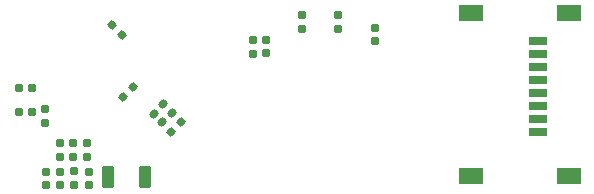
<source format=gbr>
%TF.GenerationSoftware,KiCad,Pcbnew,8.0.2-8.0.2-0~ubuntu22.04.1*%
%TF.CreationDate,2024-07-23T14:23:55-05:00*%
%TF.ProjectId,atslim-328,6174736c-696d-42d3-9332-382e6b696361,rev?*%
%TF.SameCoordinates,Original*%
%TF.FileFunction,Paste,Bot*%
%TF.FilePolarity,Positive*%
%FSLAX46Y46*%
G04 Gerber Fmt 4.6, Leading zero omitted, Abs format (unit mm)*
G04 Created by KiCad (PCBNEW 8.0.2-8.0.2-0~ubuntu22.04.1) date 2024-07-23 14:23:55*
%MOMM*%
%LPD*%
G01*
G04 APERTURE LIST*
G04 Aperture macros list*
%AMRoundRect*
0 Rectangle with rounded corners*
0 $1 Rounding radius*
0 $2 $3 $4 $5 $6 $7 $8 $9 X,Y pos of 4 corners*
0 Add a 4 corners polygon primitive as box body*
4,1,4,$2,$3,$4,$5,$6,$7,$8,$9,$2,$3,0*
0 Add four circle primitives for the rounded corners*
1,1,$1+$1,$2,$3*
1,1,$1+$1,$4,$5*
1,1,$1+$1,$6,$7*
1,1,$1+$1,$8,$9*
0 Add four rect primitives between the rounded corners*
20,1,$1+$1,$2,$3,$4,$5,0*
20,1,$1+$1,$4,$5,$6,$7,0*
20,1,$1+$1,$6,$7,$8,$9,0*
20,1,$1+$1,$8,$9,$2,$3,0*%
G04 Aperture macros list end*
%ADD10RoundRect,0.160000X-0.160000X0.197500X-0.160000X-0.197500X0.160000X-0.197500X0.160000X0.197500X0*%
%ADD11RoundRect,0.160000X0.160000X-0.197500X0.160000X0.197500X-0.160000X0.197500X-0.160000X-0.197500X0*%
%ADD12RoundRect,0.155000X-0.040659X-0.259862X0.259862X0.040659X0.040659X0.259862X-0.259862X-0.040659X0*%
%ADD13RoundRect,0.155000X-0.155000X0.212500X-0.155000X-0.212500X0.155000X-0.212500X0.155000X0.212500X0*%
%ADD14RoundRect,0.155000X0.155000X-0.212500X0.155000X0.212500X-0.155000X0.212500X-0.155000X-0.212500X0*%
%ADD15R,1.500000X0.800000*%
%ADD16R,2.000000X1.450000*%
%ADD17RoundRect,0.160000X0.026517X0.252791X-0.252791X-0.026517X-0.026517X-0.252791X0.252791X0.026517X0*%
%ADD18RoundRect,0.250000X0.275000X0.700000X-0.275000X0.700000X-0.275000X-0.700000X0.275000X-0.700000X0*%
%ADD19RoundRect,0.155000X-0.212500X-0.155000X0.212500X-0.155000X0.212500X0.155000X-0.212500X0.155000X0*%
%ADD20RoundRect,0.160000X-0.252791X0.026517X0.026517X-0.252791X0.252791X-0.026517X-0.026517X0.252791X0*%
G04 APERTURE END LIST*
D10*
%TO.C,R15*%
X90895000Y-88187500D03*
X90895000Y-89382500D03*
%TD*%
D11*
%TO.C,R2*%
X108525000Y-83552500D03*
X108525000Y-82357500D03*
%TD*%
D12*
%TO.C,C8*%
X100813717Y-89336283D03*
X101616283Y-88533717D03*
%TD*%
D13*
%TO.C,C2*%
X109610000Y-82367500D03*
X109610000Y-83502500D03*
%TD*%
D14*
%TO.C,C15*%
X92120000Y-92247500D03*
X92120000Y-91112500D03*
%TD*%
D13*
%TO.C,C18*%
X94575000Y-93495000D03*
X94575000Y-94630000D03*
%TD*%
D11*
%TO.C,R7*%
X112665000Y-81427500D03*
X112665000Y-80232500D03*
%TD*%
D12*
%TO.C,C9*%
X100082434Y-88587566D03*
X100885000Y-87785000D03*
%TD*%
D15*
%TO.C,J3*%
X132625000Y-90170000D03*
X132625000Y-89070000D03*
X132625000Y-87970000D03*
X132625000Y-86870000D03*
X132625000Y-85770000D03*
X132625000Y-84670000D03*
X132625000Y-83570000D03*
X132625000Y-82470000D03*
D16*
X126925000Y-93845000D03*
X135225000Y-93845000D03*
X126925000Y-80095000D03*
X135225000Y-80095000D03*
%TD*%
D17*
%TO.C,R13*%
X102391213Y-89263787D03*
X101546221Y-90108779D03*
%TD*%
D11*
%TO.C,R8*%
X115665000Y-81422500D03*
X115665000Y-80227500D03*
%TD*%
D14*
%TO.C,C14*%
X93290000Y-92247500D03*
X93290000Y-91112500D03*
%TD*%
D18*
%TO.C,FB1*%
X99335000Y-93995000D03*
X96185000Y-93995000D03*
%TD*%
D13*
%TO.C,C19*%
X91005000Y-93505000D03*
X91005000Y-94640000D03*
%TD*%
D19*
%TO.C,C11*%
X88652500Y-88440000D03*
X89787500Y-88440000D03*
%TD*%
D17*
%TO.C,R17*%
X98367496Y-86307504D03*
X97522504Y-87152496D03*
%TD*%
D13*
%TO.C,C17*%
X93375000Y-93485000D03*
X93375000Y-94620000D03*
%TD*%
%TO.C,C3*%
X118860000Y-81342500D03*
X118860000Y-82477500D03*
%TD*%
%TO.C,C16*%
X92175000Y-93505000D03*
X92175000Y-94640000D03*
%TD*%
D14*
%TO.C,C13*%
X94450000Y-92247500D03*
X94450000Y-91112500D03*
%TD*%
D20*
%TO.C,R18*%
X96592504Y-81052504D03*
X97437496Y-81897496D03*
%TD*%
D19*
%TO.C,C12*%
X88647500Y-86425000D03*
X89782500Y-86425000D03*
%TD*%
M02*

</source>
